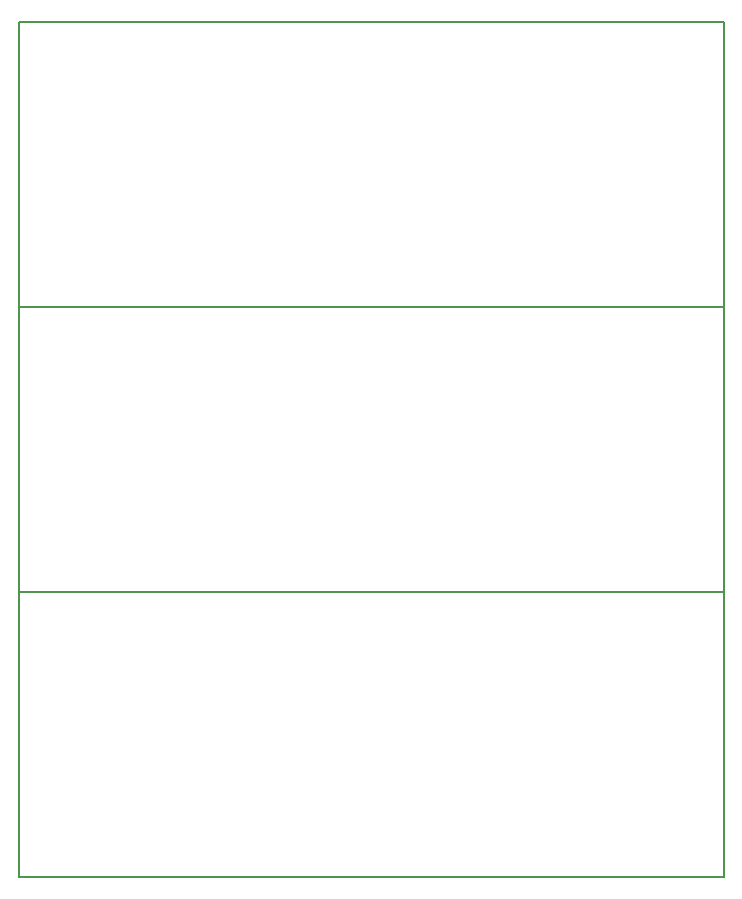
<source format=gko>
G04 #@! TF.FileFunction,Profile,NP*
%FSLAX46Y46*%
G04 Gerber Fmt 4.6, Leading zero omitted, Abs format (unit mm)*
G04 Created by KiCad (PCBNEW 4.0.3+e1-6302~38~ubuntu16.04.1-stable) date Mon Aug 15 18:15:02 2016*
%MOMM*%
%LPD*%
G01*
G04 APERTURE LIST*
%ADD10C,0.150000*%
G04 APERTURE END LIST*
D10*
X20320000Y-44450000D02*
X80010000Y-44450000D01*
X80010000Y-44450000D02*
X80010000Y-68580000D01*
X80010000Y-68580000D02*
X20320000Y-68580000D01*
X20320000Y-68580000D02*
X20320000Y-44450000D01*
X20320000Y-68580000D02*
X80010000Y-68580000D01*
X80010000Y-68580000D02*
X80010000Y-92710000D01*
X80010000Y-92710000D02*
X20320000Y-92710000D01*
X20320000Y-92710000D02*
X20320000Y-68580000D01*
X20320000Y-44450000D02*
X20320000Y-20320000D01*
X80010000Y-44450000D02*
X20320000Y-44450000D01*
X80010000Y-20320000D02*
X80010000Y-44450000D01*
X20320000Y-20320000D02*
X80010000Y-20320000D01*
M02*

</source>
